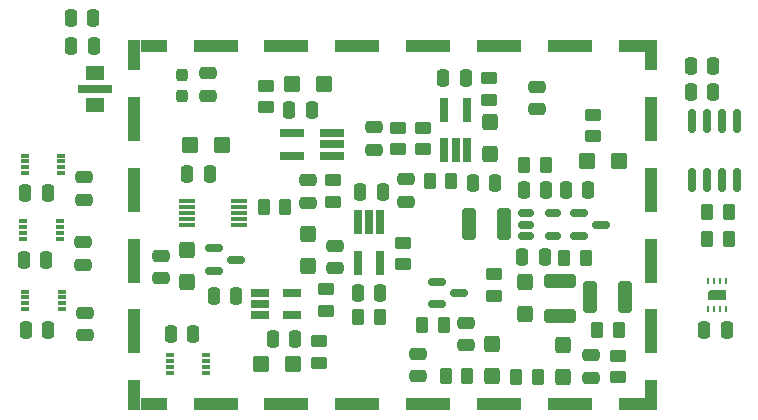
<source format=gbr>
%TF.GenerationSoftware,KiCad,Pcbnew,7.0.8-7.0.8~ubuntu23.04.1*%
%TF.CreationDate,2023-11-09T23:49:29+00:00*%
%TF.ProjectId,AIRDOS04_base,41495244-4f53-4303-945f-626173652e6b,REV*%
%TF.SameCoordinates,PX66dd020PY81342c0*%
%TF.FileFunction,Paste,Bot*%
%TF.FilePolarity,Positive*%
%FSLAX46Y46*%
G04 Gerber Fmt 4.6, Leading zero omitted, Abs format (unit mm)*
G04 Created by KiCad (PCBNEW 7.0.8-7.0.8~ubuntu23.04.1) date 2023-11-09 23:49:29*
%MOMM*%
%LPD*%
G01*
G04 APERTURE LIST*
G04 Aperture macros list*
%AMRoundRect*
0 Rectangle with rounded corners*
0 $1 Rounding radius*
0 $2 $3 $4 $5 $6 $7 $8 $9 X,Y pos of 4 corners*
0 Add a 4 corners polygon primitive as box body*
4,1,4,$2,$3,$4,$5,$6,$7,$8,$9,$2,$3,0*
0 Add four circle primitives for the rounded corners*
1,1,$1+$1,$2,$3*
1,1,$1+$1,$4,$5*
1,1,$1+$1,$6,$7*
1,1,$1+$1,$8,$9*
0 Add four rect primitives between the rounded corners*
20,1,$1+$1,$2,$3,$4,$5,0*
20,1,$1+$1,$4,$5,$6,$7,0*
20,1,$1+$1,$6,$7,$8,$9,0*
20,1,$1+$1,$8,$9,$2,$3,0*%
%AMFreePoly0*
4,1,6,0.450000,-0.800000,-0.180000,-0.800000,-0.450000,-0.530000,-0.450000,0.800000,0.450000,0.800000,0.450000,-0.800000,0.450000,-0.800000,$1*%
G04 Aperture macros list end*
%ADD10RoundRect,0.250000X0.475000X-0.250000X0.475000X0.250000X-0.475000X0.250000X-0.475000X-0.250000X0*%
%ADD11R,2.000000X0.650000*%
%ADD12RoundRect,0.250000X-0.450000X-0.425000X0.450000X-0.425000X0.450000X0.425000X-0.450000X0.425000X0*%
%ADD13RoundRect,0.250000X-0.250000X-0.475000X0.250000X-0.475000X0.250000X0.475000X-0.250000X0.475000X0*%
%ADD14RoundRect,0.250000X0.250000X0.475000X-0.250000X0.475000X-0.250000X-0.475000X0.250000X-0.475000X0*%
%ADD15RoundRect,0.250000X-0.475000X0.250000X-0.475000X-0.250000X0.475000X-0.250000X0.475000X0.250000X0*%
%ADD16RoundRect,0.250000X-0.262500X-0.450000X0.262500X-0.450000X0.262500X0.450000X-0.262500X0.450000X0*%
%ADD17RoundRect,0.250000X-0.450000X0.262500X-0.450000X-0.262500X0.450000X-0.262500X0.450000X0.262500X0*%
%ADD18R,1.000000X1.000000*%
%ADD19R,1.000000X1.550000*%
%ADD20R,1.000000X3.800000*%
%ADD21R,2.300000X1.000000*%
%ADD22R,3.800000X1.000000*%
%ADD23R,1.560000X0.650000*%
%ADD24RoundRect,0.250000X0.325000X1.100000X-0.325000X1.100000X-0.325000X-1.100000X0.325000X-1.100000X0*%
%ADD25R,0.650000X2.000000*%
%ADD26R,0.800000X0.300000*%
%ADD27RoundRect,0.250000X0.425000X-0.450000X0.425000X0.450000X-0.425000X0.450000X-0.425000X-0.450000X0*%
%ADD28RoundRect,0.250000X-0.425000X0.450000X-0.425000X-0.450000X0.425000X-0.450000X0.425000X0.450000X0*%
%ADD29R,1.400000X0.300000*%
%ADD30RoundRect,0.250000X1.100000X-0.325000X1.100000X0.325000X-1.100000X0.325000X-1.100000X-0.325000X0*%
%ADD31RoundRect,0.250000X0.262500X0.450000X-0.262500X0.450000X-0.262500X-0.450000X0.262500X-0.450000X0*%
%ADD32R,1.500000X1.300000*%
%ADD33R,3.000000X0.700000*%
%ADD34RoundRect,0.250000X0.450000X0.425000X-0.450000X0.425000X-0.450000X-0.425000X0.450000X-0.425000X0*%
%ADD35RoundRect,0.150000X-0.587500X-0.150000X0.587500X-0.150000X0.587500X0.150000X-0.587500X0.150000X0*%
%ADD36RoundRect,0.250000X0.450000X-0.262500X0.450000X0.262500X-0.450000X0.262500X-0.450000X-0.262500X0*%
%ADD37RoundRect,0.250000X-0.325000X-1.100000X0.325000X-1.100000X0.325000X1.100000X-0.325000X1.100000X0*%
%ADD38RoundRect,0.150000X-0.512500X-0.150000X0.512500X-0.150000X0.512500X0.150000X-0.512500X0.150000X0*%
%ADD39RoundRect,0.237500X0.237500X-0.287500X0.237500X0.287500X-0.237500X0.287500X-0.237500X-0.287500X0*%
%ADD40FreePoly0,270.000000*%
%ADD41R,0.250000X0.550000*%
%ADD42RoundRect,0.150000X-0.150000X0.825000X-0.150000X-0.825000X0.150000X-0.825000X0.150000X0.825000X0*%
G04 APERTURE END LIST*
D10*
%TO.C,C2*%
X24993600Y36729000D03*
X24993600Y38629000D03*
%TD*%
D11*
%TO.C,U2*%
X35517400Y33545200D03*
X35517400Y32595200D03*
X35517400Y31645200D03*
X32097400Y31645200D03*
X32097400Y33545200D03*
%TD*%
D12*
%TO.C,C3*%
X32127200Y37729800D03*
X34827200Y37729800D03*
%TD*%
D13*
%TO.C,C8*%
X25491400Y19746600D03*
X27391400Y19746600D03*
%TD*%
%TO.C,C4*%
X31892200Y35490800D03*
X33792200Y35490800D03*
%TD*%
D14*
%TO.C,C7*%
X32369800Y16139800D03*
X30469800Y16139800D03*
%TD*%
D15*
%TO.C,C16*%
X33426400Y29561200D03*
X33426400Y27661200D03*
%TD*%
D16*
%TO.C,R6*%
X29694500Y27305000D03*
X31519500Y27305000D03*
%TD*%
D17*
%TO.C,R3*%
X35001200Y20328900D03*
X35001200Y18503900D03*
%TD*%
%TO.C,R2*%
X34366200Y15934700D03*
X34366200Y14109700D03*
%TD*%
%TO.C,R5*%
X35560000Y29574500D03*
X35560000Y27749500D03*
%TD*%
D18*
%TO.C,M5*%
X18740000Y40916400D03*
D19*
X18740000Y39641400D03*
D20*
X18740000Y34766400D03*
X18740000Y28766400D03*
X18740000Y22766400D03*
X18740000Y16766400D03*
D19*
X18740000Y11891400D03*
D18*
X18740000Y10616400D03*
D21*
X20390000Y40916400D03*
X20390000Y10616400D03*
D22*
X25640000Y40916400D03*
X25640000Y10616400D03*
X31640000Y40916400D03*
X31640000Y10616400D03*
X37640000Y40916400D03*
X37640000Y10616400D03*
X43640000Y40916400D03*
X43640000Y10616400D03*
X49640000Y40916400D03*
X49640000Y10616400D03*
X55640000Y40916400D03*
X55640000Y10616400D03*
D21*
X60890000Y40916400D03*
X60890000Y10616400D03*
D18*
X62540000Y40916400D03*
D19*
X62540000Y39641400D03*
D20*
X62540000Y34766400D03*
X62540000Y28766400D03*
X62540000Y22766400D03*
X62540000Y16766400D03*
D19*
X62540000Y11891400D03*
D18*
X62540000Y10616400D03*
%TD*%
D23*
%TO.C,U6*%
X29384000Y18136200D03*
X29384000Y19086200D03*
X29384000Y20036200D03*
X32084000Y20036200D03*
X32084000Y18136200D03*
%TD*%
D24*
%TO.C,C32*%
X50014400Y25882600D03*
X47064400Y25882600D03*
%TD*%
D25*
%TO.C,U9*%
X46909000Y32115800D03*
X45959000Y32115800D03*
X45009000Y32115800D03*
X45009000Y35535800D03*
X46909000Y35535800D03*
%TD*%
D13*
%TO.C,C12*%
X23230800Y30109800D03*
X25130800Y30109800D03*
%TD*%
%TO.C,C46*%
X9565600Y16855400D03*
X11465600Y16855400D03*
%TD*%
%TO.C,C18*%
X21859200Y16546200D03*
X23759200Y16546200D03*
%TD*%
D14*
%TO.C,C38*%
X15290800Y43281600D03*
X13390800Y43281600D03*
%TD*%
D26*
%TO.C,U5*%
X24841800Y14781600D03*
X24841800Y14281600D03*
X24841800Y13781600D03*
X24841800Y13281600D03*
X21741800Y13281600D03*
X21741800Y13781600D03*
X21741800Y14281600D03*
X21741800Y14781600D03*
%TD*%
D27*
%TO.C,C13*%
X33426400Y22333600D03*
X33426400Y25033600D03*
%TD*%
D16*
%TO.C,R18*%
X43766100Y29489400D03*
X45591100Y29489400D03*
%TD*%
D17*
%TO.C,R16*%
X59744800Y14704300D03*
X59744800Y12879300D03*
%TD*%
%TO.C,R19*%
X49199800Y21613500D03*
X49199800Y19788500D03*
%TD*%
D10*
%TO.C,C31*%
X41757600Y27762800D03*
X41757600Y29662800D03*
%TD*%
D26*
%TO.C,U12*%
X9346600Y24589000D03*
X9346600Y25089000D03*
X9346600Y25589000D03*
X9346600Y26089000D03*
X12446600Y26089000D03*
X12446600Y25589000D03*
X12446600Y25089000D03*
X12446600Y24589000D03*
%TD*%
D28*
%TO.C,C34*%
X51866800Y20933400D03*
X51866800Y18233400D03*
%TD*%
D29*
%TO.C,U3*%
X27600000Y27782400D03*
X27600000Y27282400D03*
X27600000Y26782400D03*
X27600000Y26282400D03*
X27600000Y25782400D03*
X23200000Y25782400D03*
X23200000Y26282400D03*
X23200000Y26782400D03*
X23200000Y27282400D03*
X23200000Y27782400D03*
%TD*%
D13*
%TO.C,C41*%
X65877400Y37072800D03*
X67777400Y37072800D03*
%TD*%
%TO.C,C15*%
X37683400Y20026000D03*
X39583400Y20026000D03*
%TD*%
D10*
%TO.C,C5*%
X52867800Y35568200D03*
X52867800Y37468200D03*
%TD*%
D30*
%TO.C,C29*%
X54762400Y18108400D03*
X54762400Y21058400D03*
%TD*%
D31*
%TO.C,R12*%
X56995700Y23012400D03*
X55170700Y23012400D03*
%TD*%
D15*
%TO.C,C47*%
X14554200Y18364200D03*
X14554200Y16464200D03*
%TD*%
D31*
%TO.C,R21*%
X44958000Y17272000D03*
X43133000Y17272000D03*
%TD*%
D10*
%TO.C,C28*%
X57458800Y12841800D03*
X57458800Y14741800D03*
%TD*%
D15*
%TO.C,C10*%
X20980400Y23160400D03*
X20980400Y21260400D03*
%TD*%
D32*
%TO.C,C37*%
X15417800Y35911800D03*
D33*
X15417800Y37261800D03*
D32*
X15417800Y38611800D03*
%TD*%
D17*
%TO.C,R11*%
X48753000Y38192700D03*
X48753000Y36367700D03*
%TD*%
D31*
%TO.C,R17*%
X59764300Y16891000D03*
X57939300Y16891000D03*
%TD*%
D34*
%TO.C,C6*%
X32185600Y13980800D03*
X29485600Y13980800D03*
%TD*%
D35*
%TO.C,U1*%
X25478500Y21895400D03*
X25478500Y23795400D03*
X27353500Y22845400D03*
%TD*%
D13*
%TO.C,C33*%
X51592200Y23030200D03*
X53492200Y23030200D03*
%TD*%
D36*
%TO.C,R20*%
X41097200Y32194500D03*
X41097200Y34019500D03*
%TD*%
D14*
%TO.C,C20*%
X57200600Y28719800D03*
X55300600Y28719800D03*
%TD*%
D16*
%TO.C,R13*%
X51767100Y30861000D03*
X53592100Y30861000D03*
%TD*%
D15*
%TO.C,C43*%
X14376400Y24307800D03*
X14376400Y22407800D03*
%TD*%
D36*
%TO.C,R10*%
X57632600Y33275900D03*
X57632600Y35100900D03*
%TD*%
D14*
%TO.C,C19*%
X68895000Y16854400D03*
X66995000Y16854400D03*
%TD*%
D10*
%TO.C,C14*%
X35788600Y22124000D03*
X35788600Y24024000D03*
%TD*%
D14*
%TO.C,C39*%
X15316200Y40919400D03*
X13416200Y40919400D03*
%TD*%
D28*
%TO.C,C9*%
X23241000Y23687400D03*
X23241000Y20987400D03*
%TD*%
D13*
%TO.C,C40*%
X65852000Y39206400D03*
X67752000Y39206400D03*
%TD*%
D37*
%TO.C,C22*%
X57376800Y19685000D03*
X60326800Y19685000D03*
%TD*%
D36*
%TO.C,R1*%
X29870400Y35746700D03*
X29870400Y37571700D03*
%TD*%
D12*
%TO.C,C11*%
X23465800Y32522800D03*
X26165800Y32522800D03*
%TD*%
D15*
%TO.C,C36*%
X46863000Y17485400D03*
X46863000Y15585400D03*
%TD*%
D13*
%TO.C,C30*%
X47411600Y29362400D03*
X49311600Y29362400D03*
%TD*%
D17*
%TO.C,R22*%
X43180000Y34019500D03*
X43180000Y32194500D03*
%TD*%
D12*
%TO.C,C21*%
X57095400Y31191200D03*
X59795400Y31191200D03*
%TD*%
D28*
%TO.C,C24*%
X48854600Y34490000D03*
X48854600Y31790000D03*
%TD*%
D36*
%TO.C,R7*%
X41503600Y22466300D03*
X41503600Y24291300D03*
%TD*%
D13*
%TO.C,C44*%
X9514800Y28463200D03*
X11414800Y28463200D03*
%TD*%
D31*
%TO.C,R14*%
X46933300Y13029800D03*
X45108300Y13029800D03*
%TD*%
D16*
%TO.C,R4*%
X37705900Y18005400D03*
X39530900Y18005400D03*
%TD*%
D13*
%TO.C,C42*%
X9413200Y22849800D03*
X11313200Y22849800D03*
%TD*%
D38*
%TO.C,U8*%
X51923100Y24856400D03*
X51923100Y25806400D03*
X51923100Y26756400D03*
X54198100Y26756400D03*
X54198100Y24856400D03*
%TD*%
D10*
%TO.C,C1*%
X42803000Y12968800D03*
X42803000Y14868800D03*
%TD*%
D39*
%TO.C,L1*%
X22758400Y36727800D03*
X22758400Y38477800D03*
%TD*%
D14*
%TO.C,C17*%
X39786600Y28585800D03*
X37886600Y28585800D03*
%TD*%
D27*
%TO.C,C26*%
X49043400Y12975200D03*
X49043400Y15675200D03*
%TD*%
D10*
%TO.C,C35*%
X39014400Y32157000D03*
X39014400Y34057000D03*
%TD*%
D31*
%TO.C,R15*%
X52910300Y12902800D03*
X51085300Y12902800D03*
%TD*%
D26*
%TO.C,U14*%
X9524400Y18645400D03*
X9524400Y19145400D03*
X9524400Y19645400D03*
X9524400Y20145400D03*
X12624400Y20145400D03*
X12624400Y19645400D03*
X12624400Y19145400D03*
X12624400Y18645400D03*
%TD*%
D16*
%TO.C,R29*%
X67261100Y26887400D03*
X69086100Y26887400D03*
%TD*%
D13*
%TO.C,C25*%
X51744600Y28745200D03*
X53644600Y28745200D03*
%TD*%
D40*
%TO.C,U7*%
X68072000Y19826200D03*
D41*
X67322000Y21001200D03*
X67822000Y21001200D03*
X68322000Y21001200D03*
X68822000Y21001200D03*
X68822000Y18651200D03*
X68322000Y18651200D03*
X67822000Y18651200D03*
X67322000Y18651200D03*
%TD*%
D35*
%TO.C,Q1*%
X56364900Y24856400D03*
X56364900Y26756400D03*
X58239900Y25806400D03*
%TD*%
D42*
%TO.C,U11*%
X65938400Y34569400D03*
X67208400Y34569400D03*
X68478400Y34569400D03*
X69748400Y34569400D03*
X69748400Y29619400D03*
X68478400Y29619400D03*
X67208400Y29619400D03*
X65938400Y29619400D03*
%TD*%
D14*
%TO.C,C23*%
X46832800Y38194600D03*
X44932800Y38194600D03*
%TD*%
D35*
%TO.C,U10*%
X44350700Y19065200D03*
X44350700Y20965200D03*
X46225700Y20015200D03*
%TD*%
D27*
%TO.C,C27*%
X55045800Y12949800D03*
X55045800Y15649800D03*
%TD*%
D16*
%TO.C,R30*%
X67261100Y24626800D03*
X69086100Y24626800D03*
%TD*%
D15*
%TO.C,C45*%
X14503400Y29819600D03*
X14503400Y27919600D03*
%TD*%
D25*
%TO.C,U4*%
X37683400Y26003200D03*
X38633400Y26003200D03*
X39583400Y26003200D03*
X39583400Y22583200D03*
X37683400Y22583200D03*
%TD*%
D26*
%TO.C,U13*%
X9473600Y30161400D03*
X9473600Y30661400D03*
X9473600Y31161400D03*
X9473600Y31661400D03*
X12573600Y31661400D03*
X12573600Y31161400D03*
X12573600Y30661400D03*
X12573600Y30161400D03*
%TD*%
M02*

</source>
